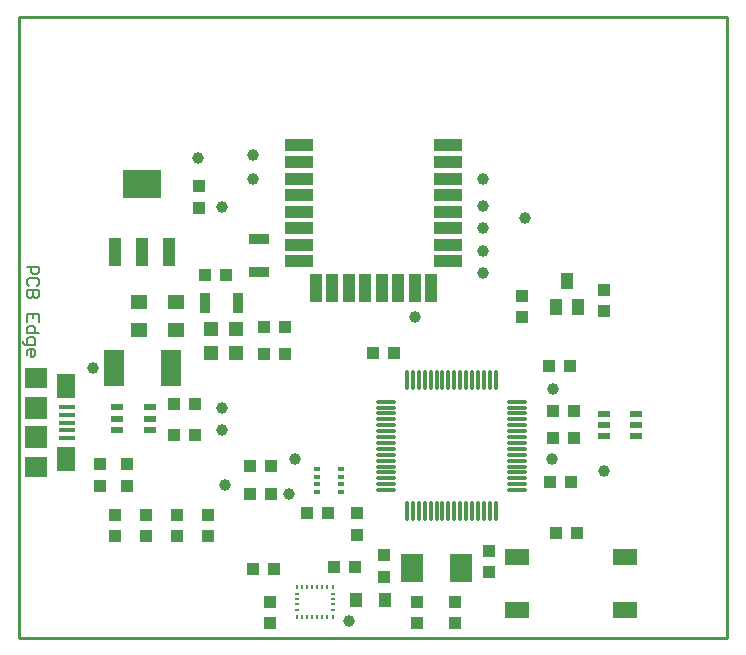
<source format=gtp>
G04*
G04 #@! TF.GenerationSoftware,Altium Limited,Altium Designer,19.0.14 (431)*
G04*
G04 Layer_Color=8421504*
%FSLAX43Y43*%
%MOMM*%
G71*
G01*
G75*
%ADD11C,0.100*%
%ADD13C,0.200*%
%ADD16C,0.254*%
%ADD18R,1.600X2.100*%
%ADD19R,1.350X0.400*%
%ADD20R,1.900X1.800*%
%ADD21R,1.900X1.900*%
%ADD22R,1.000X2.450*%
%ADD23R,2.450X1.000*%
%ADD24C,1.000*%
%ADD25R,0.500X0.350*%
%ADD26R,1.100X1.100*%
%ADD27R,1.100X1.100*%
%ADD28R,1.900X2.400*%
%ADD29R,0.230X0.350*%
%ADD30R,0.350X0.230*%
%ADD31R,1.100X1.250*%
%ADD32R,2.108X1.397*%
%ADD33R,1.000X0.600*%
%ADD34R,1.000X1.400*%
%ADD35R,1.680X3.150*%
%ADD36O,1.800X0.300*%
%ADD37O,0.300X1.800*%
%ADD38R,1.200X1.200*%
%ADD39R,0.950X1.700*%
%ADD40R,1.700X0.950*%
%ADD41R,3.300X2.400*%
%ADD42R,1.000X2.400*%
%ADD43R,1.400X1.200*%
D11*
X-53Y12229D02*
Y24229D01*
D13*
X635Y31437D02*
X1635D01*
Y30937D01*
X1468Y30771D01*
X1135D01*
X968Y30937D01*
Y31437D01*
X1468Y29771D02*
X1635Y29938D01*
Y30271D01*
X1468Y30437D01*
X802D01*
X635Y30271D01*
Y29938D01*
X802Y29771D01*
X1635Y29438D02*
X635D01*
Y28938D01*
X802Y28771D01*
X968D01*
X1135Y28938D01*
Y29438D01*
Y28938D01*
X1301Y28771D01*
X1468D01*
X1635Y28938D01*
Y29438D01*
Y26772D02*
Y27438D01*
X635D01*
Y26772D01*
X1135Y27438D02*
Y27105D01*
X1635Y25772D02*
X635D01*
Y26272D01*
X802Y26439D01*
X1135D01*
X1301Y26272D01*
Y25772D01*
X302Y25106D02*
Y24939D01*
X468Y24773D01*
X1301D01*
Y25272D01*
X1135Y25439D01*
X802D01*
X635Y25272D01*
Y24773D01*
Y23940D02*
Y24273D01*
X802Y24439D01*
X1135D01*
X1301Y24273D01*
Y23940D01*
X1135Y23773D01*
X968D01*
Y24439D01*
D16*
X0Y0D02*
Y52578D01*
Y0D02*
X59944D01*
Y52578D01*
X0D02*
X59944D01*
D18*
X3947Y15129D02*
D03*
Y21329D02*
D03*
D19*
X4072Y16929D02*
D03*
Y17579D02*
D03*
Y19529D02*
D03*
Y18879D02*
D03*
Y18229D02*
D03*
D20*
X1397Y22029D02*
D03*
Y14429D02*
D03*
D21*
Y19429D02*
D03*
Y17029D02*
D03*
D22*
X25100Y29599D02*
D03*
X26500D02*
D03*
X27900D02*
D03*
X29300D02*
D03*
X30700D02*
D03*
X32100D02*
D03*
X33500D02*
D03*
X34900D02*
D03*
D23*
X36295Y41694D02*
D03*
Y40294D02*
D03*
Y38894D02*
D03*
Y37494D02*
D03*
Y36094D02*
D03*
Y34694D02*
D03*
Y33294D02*
D03*
Y31894D02*
D03*
X23705D02*
D03*
Y33294D02*
D03*
Y34694D02*
D03*
Y36094D02*
D03*
Y37494D02*
D03*
Y38894D02*
D03*
Y40294D02*
D03*
Y41694D02*
D03*
D24*
X22860Y12218D02*
D03*
X23368Y15181D02*
D03*
X49530Y14097D02*
D03*
X45085Y15113D02*
D03*
X45201Y21082D02*
D03*
X42799Y35560D02*
D03*
X39243Y30861D02*
D03*
Y32766D02*
D03*
Y34671D02*
D03*
Y36576D02*
D03*
Y38894D02*
D03*
X33528Y27167D02*
D03*
X19801Y38894D02*
D03*
X19812Y40894D02*
D03*
X15113Y40640D02*
D03*
X17145Y36449D02*
D03*
X6223Y22813D02*
D03*
X17399Y12954D02*
D03*
X17145Y19506D02*
D03*
Y17607D02*
D03*
X27900Y1397D02*
D03*
D25*
X27246Y12360D02*
D03*
Y13010D02*
D03*
Y13660D02*
D03*
Y14310D02*
D03*
X25196Y14310D02*
D03*
Y13660D02*
D03*
Y13010D02*
D03*
Y12360D02*
D03*
D26*
X26173Y10541D02*
D03*
X24373D02*
D03*
X26659Y5969D02*
D03*
X28459D02*
D03*
X19801Y5842D02*
D03*
X21601D02*
D03*
X47255Y8890D02*
D03*
X45455D02*
D03*
X44947Y13208D02*
D03*
X46747D02*
D03*
X45201Y16891D02*
D03*
X47001D02*
D03*
X45201Y19177D02*
D03*
X47001D02*
D03*
X31761Y24130D02*
D03*
X29961D02*
D03*
X20690Y24003D02*
D03*
X22490D02*
D03*
X20701Y26289D02*
D03*
X22501D02*
D03*
X15737Y30734D02*
D03*
X17537D02*
D03*
X21347Y14531D02*
D03*
X19547D02*
D03*
X21347Y12192D02*
D03*
X19547D02*
D03*
X14870Y19812D02*
D03*
X13070D02*
D03*
X14870Y17145D02*
D03*
X13070D02*
D03*
X46620Y22987D02*
D03*
X44820D02*
D03*
D27*
X28569Y10552D02*
D03*
Y8752D02*
D03*
X30861Y5185D02*
D03*
Y6985D02*
D03*
X21209Y1259D02*
D03*
Y3059D02*
D03*
X33675D02*
D03*
Y1259D02*
D03*
X36850Y3059D02*
D03*
Y1259D02*
D03*
X39751Y7377D02*
D03*
Y5577D02*
D03*
X49468Y29475D02*
D03*
Y27675D02*
D03*
X42545Y28967D02*
D03*
Y27167D02*
D03*
X15240Y38238D02*
D03*
Y36438D02*
D03*
X15992Y10425D02*
D03*
Y8625D02*
D03*
X13368Y10425D02*
D03*
Y8625D02*
D03*
X10743Y10425D02*
D03*
Y8625D02*
D03*
X8118Y10425D02*
D03*
Y8625D02*
D03*
X9144Y12898D02*
D03*
Y14698D02*
D03*
X6858D02*
D03*
Y12898D02*
D03*
D28*
X33276Y5931D02*
D03*
X37376D02*
D03*
D29*
X23514Y1798D02*
D03*
X23944D02*
D03*
X24374D02*
D03*
X24804D02*
D03*
X25234D02*
D03*
X25664D02*
D03*
X26094D02*
D03*
X26524D02*
D03*
Y4298D02*
D03*
X26094D02*
D03*
X25664D02*
D03*
X25234D02*
D03*
X24804D02*
D03*
X24374D02*
D03*
X23944D02*
D03*
X23514D02*
D03*
D30*
Y2403D02*
D03*
Y2833D02*
D03*
Y3263D02*
D03*
X26524Y2403D02*
D03*
Y2833D02*
D03*
Y3263D02*
D03*
Y3693D02*
D03*
X23514D02*
D03*
D31*
X30968Y3175D02*
D03*
X28468D02*
D03*
D32*
X42177Y2324D02*
D03*
X51295D02*
D03*
X42177Y6820D02*
D03*
X51295D02*
D03*
D33*
X52218Y18956D02*
D03*
Y18006D02*
D03*
Y17056D02*
D03*
X49468D02*
D03*
Y18006D02*
D03*
Y18956D02*
D03*
X8277Y17607D02*
D03*
Y18557D02*
D03*
Y19507D02*
D03*
X11027D02*
D03*
Y18557D02*
D03*
Y17607D02*
D03*
D34*
X46355Y30183D02*
D03*
X47305Y27983D02*
D03*
X45405D02*
D03*
D35*
X8024Y22813D02*
D03*
X12804D02*
D03*
D36*
X31026Y12506D02*
D03*
Y13006D02*
D03*
Y13506D02*
D03*
Y14006D02*
D03*
Y14506D02*
D03*
Y15006D02*
D03*
Y15506D02*
D03*
Y16006D02*
D03*
Y16506D02*
D03*
Y17006D02*
D03*
Y17506D02*
D03*
Y18006D02*
D03*
Y18506D02*
D03*
Y19006D02*
D03*
Y19506D02*
D03*
Y20006D02*
D03*
X42126D02*
D03*
Y19506D02*
D03*
Y19006D02*
D03*
Y18506D02*
D03*
Y18006D02*
D03*
Y17506D02*
D03*
Y17006D02*
D03*
Y16506D02*
D03*
Y16006D02*
D03*
Y15506D02*
D03*
Y15006D02*
D03*
Y14506D02*
D03*
Y14006D02*
D03*
Y13506D02*
D03*
Y13006D02*
D03*
Y12506D02*
D03*
D37*
X32826Y21806D02*
D03*
X33326D02*
D03*
X33826D02*
D03*
X34326D02*
D03*
X34826D02*
D03*
X35326D02*
D03*
X35826D02*
D03*
X36326D02*
D03*
X36826D02*
D03*
X37326D02*
D03*
X37826D02*
D03*
X38326D02*
D03*
X38826D02*
D03*
X39326D02*
D03*
X39826D02*
D03*
X40326D02*
D03*
Y10706D02*
D03*
X39826D02*
D03*
X39326D02*
D03*
X38826D02*
D03*
X38326D02*
D03*
X37826D02*
D03*
X37326D02*
D03*
X36826D02*
D03*
X36326D02*
D03*
X35826D02*
D03*
X35326D02*
D03*
X34826D02*
D03*
X34326D02*
D03*
X33826D02*
D03*
X33326D02*
D03*
X32826D02*
D03*
D38*
X18322Y26162D02*
D03*
X16222D02*
D03*
X18322Y24130D02*
D03*
X16222D02*
D03*
D39*
X15745Y28321D02*
D03*
X18545D02*
D03*
D40*
X20320Y33785D02*
D03*
Y30985D02*
D03*
D41*
X10414Y38460D02*
D03*
D42*
X12714Y32660D02*
D03*
X10414D02*
D03*
X8114D02*
D03*
D43*
X10134Y28448D02*
D03*
X13234D02*
D03*
X10134Y26035D02*
D03*
X13234D02*
D03*
M02*

</source>
